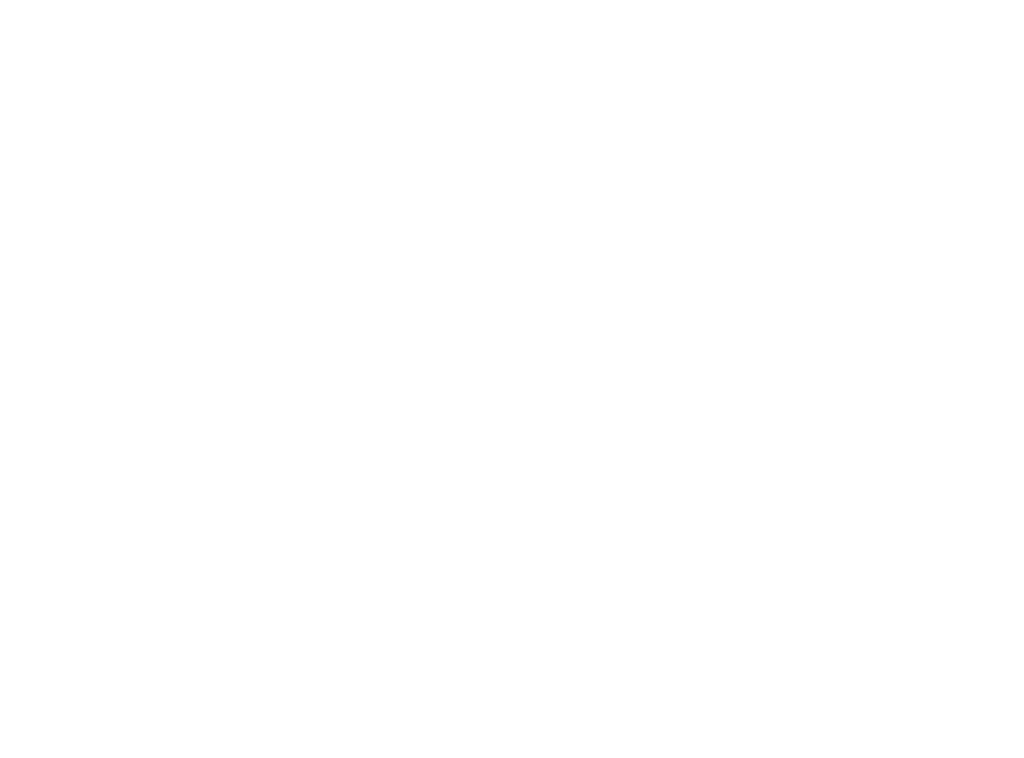
<source format=kicad_pcb>
(kicad_pcb (version 4) (generator gerbview)
  (layers (0 F.Cu signal) (31 B.Cu signal) (34 B.Paste user) (35 F.Paste user) (36 B.SilkS user) (37 F.SilkS user) (38 B.Mask user) (39 F.Mask user) (44 Edge.Cuts user))
)
</source>
